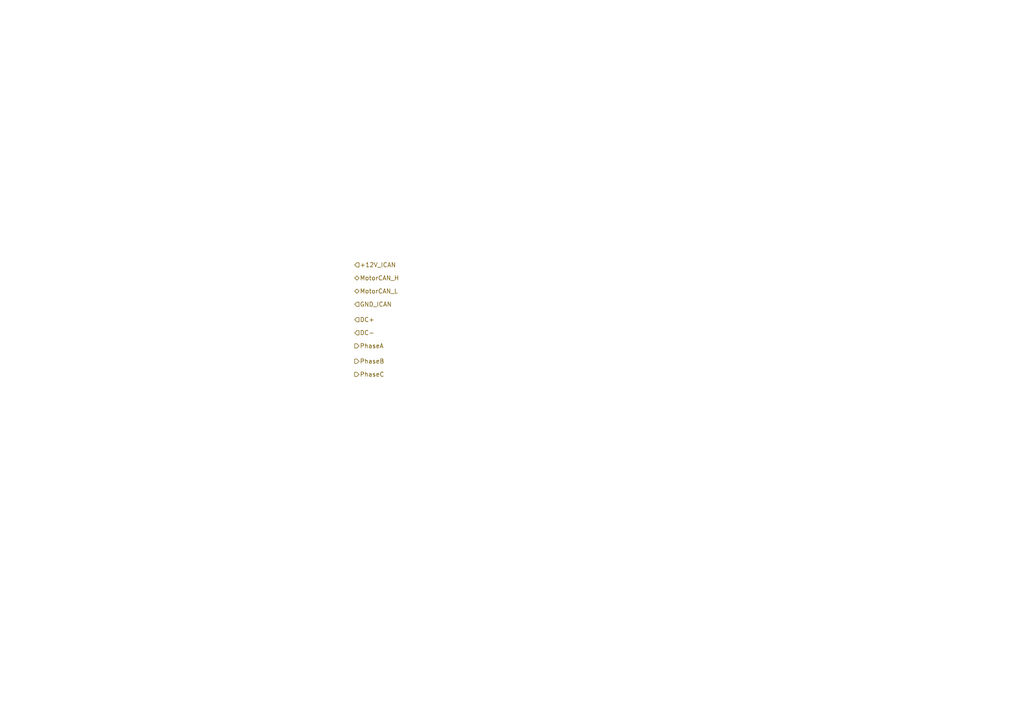
<source format=kicad_sch>
(kicad_sch
	(version 20250114)
	(generator "eeschema")
	(generator_version "9.0")
	(uuid "8deca6d2-cc84-43e9-9504-21144e8c2103")
	(paper "A4")
	(lib_symbols)
	(hierarchical_label "DC-"
		(shape input)
		(at 102.87 96.52 0)
		(effects
			(font
				(size 1.27 1.27)
			)
			(justify left)
		)
		(uuid "03939a40-fd35-4054-a9f2-d9e93bb5bfa1")
	)
	(hierarchical_label "MotorCAN_H"
		(shape bidirectional)
		(at 102.87 80.645 0)
		(effects
			(font
				(size 1.27 1.27)
			)
			(justify left)
		)
		(uuid "1748318f-462f-4596-855e-7d8020161dee")
	)
	(hierarchical_label "+12V_ICAN"
		(shape input)
		(at 102.87 76.835 0)
		(effects
			(font
				(size 1.27 1.27)
			)
			(justify left)
		)
		(uuid "36114e82-a0b5-4ea8-8d2e-6208e22c3524")
	)
	(hierarchical_label "GND_ICAN"
		(shape input)
		(at 102.87 88.265 0)
		(effects
			(font
				(size 1.27 1.27)
			)
			(justify left)
		)
		(uuid "666a6be4-c583-4375-8ce1-59bc17ffcf27")
	)
	(hierarchical_label "DC+"
		(shape input)
		(at 102.87 92.71 0)
		(effects
			(font
				(size 1.27 1.27)
			)
			(justify left)
		)
		(uuid "6b9b9e68-2056-4691-b11d-a447aa05e3d5")
	)
	(hierarchical_label "PhaseB"
		(shape output)
		(at 102.87 104.775 0)
		(effects
			(font
				(size 1.27 1.27)
			)
			(justify left)
		)
		(uuid "ac9ce4d9-670e-4781-a9e2-e46e615212a0")
	)
	(hierarchical_label "MotorCAN_L"
		(shape bidirectional)
		(at 102.87 84.455 0)
		(effects
			(font
				(size 1.27 1.27)
			)
			(justify left)
		)
		(uuid "cc3c59a9-7bfb-41c8-9a27-d84c2f090a98")
	)
	(hierarchical_label "PhaseA"
		(shape output)
		(at 102.87 100.33 0)
		(effects
			(font
				(size 1.27 1.27)
			)
			(justify left)
		)
		(uuid "ccbfb2ce-bc6f-4b95-b509-c283f6106fd0")
	)
	(hierarchical_label "PhaseC"
		(shape output)
		(at 102.87 108.585 0)
		(effects
			(font
				(size 1.27 1.27)
			)
			(justify left)
		)
		(uuid "f55043d6-8f20-4638-9c2d-40d446ef4d2c")
	)
)

</source>
